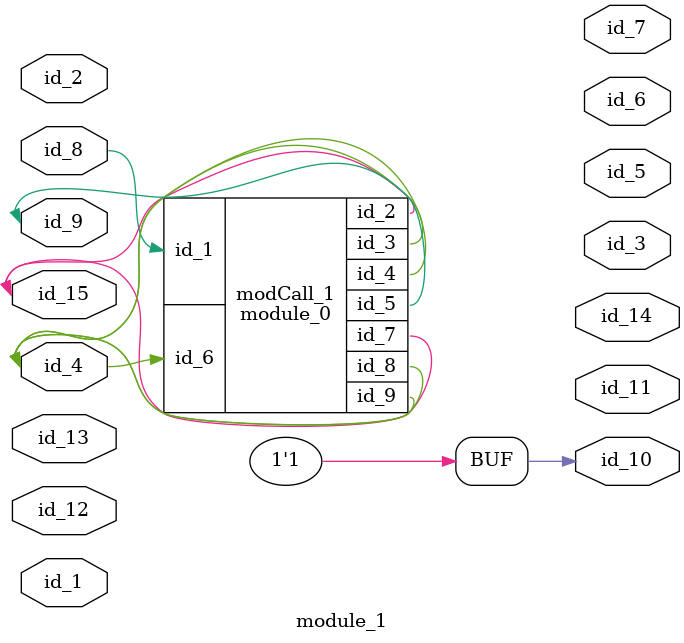
<source format=v>
module module_0 (
    id_1,
    id_2,
    id_3,
    id_4,
    id_5,
    id_6,
    id_7,
    id_8,
    id_9
);
  inout wire id_9;
  inout wire id_8;
  inout wire id_7;
  input wire id_6;
  output wire id_5;
  inout wire id_4;
  inout wire id_3;
  inout wire id_2;
  input wire id_1;
  assign id_8 = 1 == -1;
endmodule
module module_1 (
    id_1,
    id_2,
    id_3,
    id_4,
    id_5,
    id_6,
    id_7,
    id_8,
    id_9,
    id_10,
    id_11,
    id_12,
    id_13,
    id_14,
    id_15
);
  inout wire id_15;
  output wire id_14;
  inout wire id_13;
  input wire id_12;
  output wire id_11;
  output wire id_10;
  inout wire id_9;
  module_0 modCall_1 (
      id_8,
      id_15,
      id_4,
      id_4,
      id_9,
      id_4,
      id_15,
      id_4,
      id_4
  );
  input wire id_8;
  output wire id_7;
  output wire id_6;
  output wire id_5;
  inout wire id_4;
  output wire id_3;
  input wire id_2;
  input wire id_1;
  assign id_10 = -1;
endmodule

</source>
